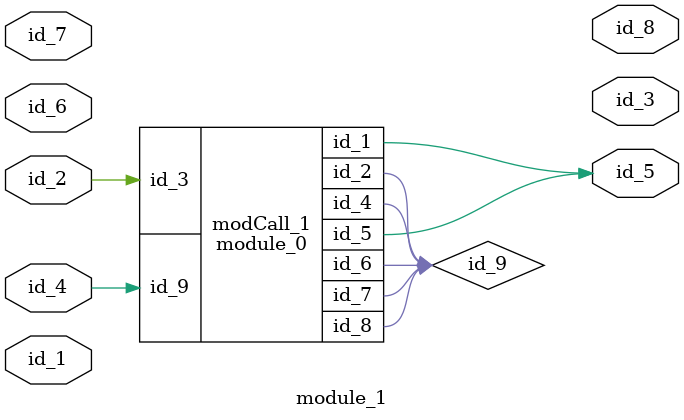
<source format=v>
module module_0 (
    id_1,
    id_2,
    id_3,
    id_4,
    id_5,
    id_6,
    id_7,
    id_8,
    id_9
);
  input wire id_9;
  inout wire id_8;
  inout wire id_7;
  inout wire id_6;
  output wire id_5;
  output wire id_4;
  input wire id_3;
  inout wire id_2;
  output wire id_1;
  wire id_10;
endmodule
module module_1 (
    id_1,
    id_2,
    id_3,
    id_4,
    id_5,
    id_6,
    id_7,
    id_8
);
  output wire id_8;
  input wire id_7;
  input wire id_6;
  output wire id_5;
  input wire id_4;
  output wire id_3;
  input wire id_2;
  input wire id_1;
  wire id_9;
  module_0 modCall_1 (
      id_5,
      id_9,
      id_2,
      id_9,
      id_5,
      id_9,
      id_9,
      id_9,
      id_4
  );
  wire id_10;
  wire id_11;
endmodule

</source>
